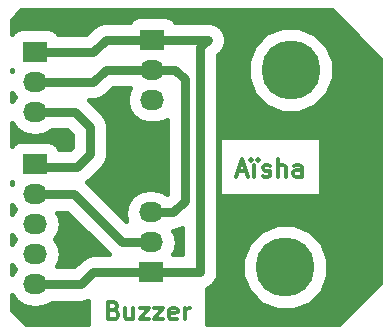
<source format=gbr>
G04 #@! TF.FileFunction,Copper,L1,Top,Signal*
%FSLAX46Y46*%
G04 Gerber Fmt 4.6, Leading zero omitted, Abs format (unit mm)*
G04 Created by KiCad (PCBNEW 4.0.2-stable) date 27-6-2016 15:51:43*
%MOMM*%
G01*
G04 APERTURE LIST*
%ADD10C,0.100000*%
%ADD11C,0.300000*%
%ADD12R,2.032000X1.727200*%
%ADD13O,2.032000X1.727200*%
%ADD14C,5.001260*%
%ADD15C,0.800000*%
%ADD16C,0.454000*%
G04 APERTURE END LIST*
D10*
D11*
X28207143Y-40592857D02*
X28421429Y-40664286D01*
X28492857Y-40735714D01*
X28564286Y-40878571D01*
X28564286Y-41092857D01*
X28492857Y-41235714D01*
X28421429Y-41307143D01*
X28278571Y-41378571D01*
X27707143Y-41378571D01*
X27707143Y-39878571D01*
X28207143Y-39878571D01*
X28350000Y-39950000D01*
X28421429Y-40021429D01*
X28492857Y-40164286D01*
X28492857Y-40307143D01*
X28421429Y-40450000D01*
X28350000Y-40521429D01*
X28207143Y-40592857D01*
X27707143Y-40592857D01*
X29850000Y-40378571D02*
X29850000Y-41378571D01*
X29207143Y-40378571D02*
X29207143Y-41164286D01*
X29278571Y-41307143D01*
X29421429Y-41378571D01*
X29635714Y-41378571D01*
X29778571Y-41307143D01*
X29850000Y-41235714D01*
X30421429Y-40378571D02*
X31207143Y-40378571D01*
X30421429Y-41378571D01*
X31207143Y-41378571D01*
X31635715Y-40378571D02*
X32421429Y-40378571D01*
X31635715Y-41378571D01*
X32421429Y-41378571D01*
X33564286Y-41307143D02*
X33421429Y-41378571D01*
X33135715Y-41378571D01*
X32992858Y-41307143D01*
X32921429Y-41164286D01*
X32921429Y-40592857D01*
X32992858Y-40450000D01*
X33135715Y-40378571D01*
X33421429Y-40378571D01*
X33564286Y-40450000D01*
X33635715Y-40592857D01*
X33635715Y-40735714D01*
X32921429Y-40878571D01*
X34278572Y-41378571D02*
X34278572Y-40378571D01*
X34278572Y-40664286D02*
X34350000Y-40521429D01*
X34421429Y-40450000D01*
X34564286Y-40378571D01*
X34707143Y-40378571D01*
X38700000Y-28850000D02*
X39414286Y-28850000D01*
X38557143Y-29278571D02*
X39057143Y-27778571D01*
X39557143Y-29278571D01*
X39842857Y-27778571D02*
X39914286Y-27850000D01*
X39842857Y-27921429D01*
X39771429Y-27850000D01*
X39842857Y-27778571D01*
X39842857Y-27921429D01*
X40414286Y-27778571D02*
X40485714Y-27850000D01*
X40414286Y-27921429D01*
X40342857Y-27850000D01*
X40414286Y-27778571D01*
X40414286Y-27921429D01*
X40128571Y-29278571D02*
X40128571Y-28278571D01*
X40842857Y-29207143D02*
X40985714Y-29278571D01*
X41271429Y-29278571D01*
X41414286Y-29207143D01*
X41485714Y-29064286D01*
X41485714Y-28992857D01*
X41414286Y-28850000D01*
X41271429Y-28778571D01*
X41057143Y-28778571D01*
X40914286Y-28707143D01*
X40842857Y-28564286D01*
X40842857Y-28492857D01*
X40914286Y-28350000D01*
X41057143Y-28278571D01*
X41271429Y-28278571D01*
X41414286Y-28350000D01*
X42128572Y-29278571D02*
X42128572Y-27778571D01*
X42771429Y-29278571D02*
X42771429Y-28492857D01*
X42700000Y-28350000D01*
X42557143Y-28278571D01*
X42342858Y-28278571D01*
X42200000Y-28350000D01*
X42128572Y-28421429D01*
X44128572Y-29278571D02*
X44128572Y-28492857D01*
X44057143Y-28350000D01*
X43914286Y-28278571D01*
X43628572Y-28278571D01*
X43485715Y-28350000D01*
X44128572Y-29207143D02*
X43985715Y-29278571D01*
X43628572Y-29278571D01*
X43485715Y-29207143D01*
X43414286Y-29064286D01*
X43414286Y-28921429D01*
X43485715Y-28778571D01*
X43628572Y-28707143D01*
X43985715Y-28707143D01*
X44128572Y-28635714D01*
D12*
X31350000Y-37400000D03*
D13*
X31350000Y-34860000D03*
X31350000Y-32320000D03*
D12*
X31500000Y-17700000D03*
D13*
X31500000Y-20240000D03*
X31500000Y-22780000D03*
D14*
X43200000Y-20250000D03*
X42750000Y-36950000D03*
D12*
X21550000Y-28250000D03*
D13*
X21550000Y-30790000D03*
X21550000Y-33330000D03*
X21550000Y-35870000D03*
X21550000Y-38410000D03*
D12*
X21550000Y-18750000D03*
D13*
X21550000Y-21290000D03*
X21550000Y-23830000D03*
D15*
X21550000Y-23830000D02*
X24930000Y-23830000D01*
X25150000Y-28450000D02*
X21750000Y-28450000D01*
X26200000Y-27400000D02*
X25150000Y-28450000D01*
X26200000Y-25100000D02*
X26200000Y-27400000D01*
X24930000Y-23830000D02*
X26200000Y-25100000D01*
X21750000Y-28450000D02*
X21550000Y-28250000D01*
X31350000Y-37400000D02*
X26500000Y-37400000D01*
X25490000Y-38410000D02*
X21550000Y-38410000D01*
X26500000Y-37400000D02*
X25490000Y-38410000D01*
X31500000Y-17700000D02*
X27550000Y-17700000D01*
X26500000Y-18750000D02*
X21550000Y-18750000D01*
X27550000Y-17700000D02*
X26500000Y-18750000D01*
X31500000Y-17700000D02*
X36200000Y-17700000D01*
X35500000Y-37400000D02*
X31350000Y-37400000D01*
X35550000Y-37350000D02*
X35500000Y-37400000D01*
X35550000Y-18350000D02*
X35550000Y-37350000D01*
X36200000Y-17700000D02*
X35550000Y-18350000D01*
X21550000Y-21290000D02*
X26490000Y-21290000D01*
X27540000Y-20240000D02*
X31500000Y-20240000D01*
X26490000Y-21290000D02*
X27540000Y-20240000D01*
X31500000Y-20240000D02*
X33439998Y-20240000D01*
X33279998Y-32320000D02*
X31350000Y-32320000D01*
X34249998Y-31350000D02*
X33279998Y-32320000D01*
X34249998Y-21050000D02*
X34249998Y-31350000D01*
X33439998Y-20240000D02*
X34249998Y-21050000D01*
X31350000Y-34860000D02*
X28960000Y-34860000D01*
X24890000Y-30790000D02*
X21550000Y-30790000D01*
X28960000Y-34860000D02*
X24890000Y-30790000D01*
D16*
G36*
X19942235Y-39823224D02*
X20590628Y-40256466D01*
X21355459Y-40408600D01*
X21744541Y-40408600D01*
X22509372Y-40256466D01*
X22975514Y-39945000D01*
X25490000Y-39945000D01*
X26065000Y-39830625D01*
X26065000Y-41790000D01*
X20801198Y-41790000D01*
X19610000Y-40598802D01*
X19610000Y-39325999D01*
X19942235Y-39823224D01*
X19942235Y-39823224D01*
G37*
X19942235Y-39823224D02*
X20590628Y-40256466D01*
X21355459Y-40408600D01*
X21744541Y-40408600D01*
X22509372Y-40256466D01*
X22975514Y-39945000D01*
X25490000Y-39945000D01*
X26065000Y-39830625D01*
X26065000Y-41790000D01*
X20801198Y-41790000D01*
X19610000Y-40598802D01*
X19610000Y-39325999D01*
X19942235Y-39823224D01*
G36*
X50790000Y-19301198D02*
X50790000Y-38298802D01*
X47298802Y-41790000D01*
X36135000Y-41790000D01*
X36135000Y-38786362D01*
X36585409Y-38485409D01*
X36635409Y-38435409D01*
X36968155Y-37937419D01*
X37021348Y-37669999D01*
X39113740Y-37669999D01*
X39666066Y-39006728D01*
X40687892Y-40030340D01*
X42023656Y-40584997D01*
X43469999Y-40586260D01*
X44806728Y-40033934D01*
X45830340Y-39012108D01*
X46384997Y-37676344D01*
X46386260Y-36230001D01*
X45833934Y-34893272D01*
X44812108Y-33869660D01*
X43476344Y-33315003D01*
X42030001Y-33313740D01*
X40693272Y-33866066D01*
X39669660Y-34887892D01*
X39115003Y-36223656D01*
X39113740Y-37669999D01*
X37021348Y-37669999D01*
X37085000Y-37350000D01*
X37085000Y-25965000D01*
X37129286Y-25965000D01*
X37129286Y-30935000D01*
X45770715Y-30935000D01*
X45770715Y-25965000D01*
X37129286Y-25965000D01*
X37085000Y-25965000D01*
X37085000Y-20969999D01*
X39563740Y-20969999D01*
X40116066Y-22306728D01*
X41137892Y-23330340D01*
X42473656Y-23884997D01*
X43919999Y-23886260D01*
X45256728Y-23333934D01*
X46280340Y-22312108D01*
X46834997Y-20976344D01*
X46836260Y-19530001D01*
X46283934Y-18193272D01*
X45262108Y-17169660D01*
X43926344Y-16615003D01*
X42480001Y-16613740D01*
X41143272Y-17166066D01*
X40119660Y-18187892D01*
X39565003Y-19523656D01*
X39563740Y-20969999D01*
X37085000Y-20969999D01*
X37085000Y-18985818D01*
X37285409Y-18785409D01*
X37618155Y-18287419D01*
X37735000Y-17700000D01*
X37618155Y-17112581D01*
X37285409Y-16614591D01*
X36787419Y-16281845D01*
X36200000Y-16165000D01*
X33432711Y-16165000D01*
X33345515Y-16029494D01*
X32966229Y-15770339D01*
X32516000Y-15679165D01*
X30484000Y-15679165D01*
X30063394Y-15758307D01*
X29677094Y-16006885D01*
X29569059Y-16165000D01*
X27550000Y-16165000D01*
X26962581Y-16281845D01*
X26464591Y-16614591D01*
X25864182Y-17215000D01*
X23482711Y-17215000D01*
X23395515Y-17079494D01*
X23016229Y-16820339D01*
X22566000Y-16729165D01*
X20534000Y-16729165D01*
X20113394Y-16808307D01*
X19727094Y-17056885D01*
X19610000Y-17228258D01*
X19610000Y-16001198D01*
X20401198Y-15210000D01*
X46698802Y-15210000D01*
X50790000Y-19301198D01*
X50790000Y-19301198D01*
G37*
X50790000Y-19301198D02*
X50790000Y-38298802D01*
X47298802Y-41790000D01*
X36135000Y-41790000D01*
X36135000Y-38786362D01*
X36585409Y-38485409D01*
X36635409Y-38435409D01*
X36968155Y-37937419D01*
X37021348Y-37669999D01*
X39113740Y-37669999D01*
X39666066Y-39006728D01*
X40687892Y-40030340D01*
X42023656Y-40584997D01*
X43469999Y-40586260D01*
X44806728Y-40033934D01*
X45830340Y-39012108D01*
X46384997Y-37676344D01*
X46386260Y-36230001D01*
X45833934Y-34893272D01*
X44812108Y-33869660D01*
X43476344Y-33315003D01*
X42030001Y-33313740D01*
X40693272Y-33866066D01*
X39669660Y-34887892D01*
X39115003Y-36223656D01*
X39113740Y-37669999D01*
X37021348Y-37669999D01*
X37085000Y-37350000D01*
X37085000Y-25965000D01*
X37129286Y-25965000D01*
X37129286Y-30935000D01*
X45770715Y-30935000D01*
X45770715Y-25965000D01*
X37129286Y-25965000D01*
X37085000Y-25965000D01*
X37085000Y-20969999D01*
X39563740Y-20969999D01*
X40116066Y-22306728D01*
X41137892Y-23330340D01*
X42473656Y-23884997D01*
X43919999Y-23886260D01*
X45256728Y-23333934D01*
X46280340Y-22312108D01*
X46834997Y-20976344D01*
X46836260Y-19530001D01*
X46283934Y-18193272D01*
X45262108Y-17169660D01*
X43926344Y-16615003D01*
X42480001Y-16613740D01*
X41143272Y-17166066D01*
X40119660Y-18187892D01*
X39565003Y-19523656D01*
X39563740Y-20969999D01*
X37085000Y-20969999D01*
X37085000Y-18985818D01*
X37285409Y-18785409D01*
X37618155Y-18287419D01*
X37735000Y-17700000D01*
X37618155Y-17112581D01*
X37285409Y-16614591D01*
X36787419Y-16281845D01*
X36200000Y-16165000D01*
X33432711Y-16165000D01*
X33345515Y-16029494D01*
X32966229Y-15770339D01*
X32516000Y-15679165D01*
X30484000Y-15679165D01*
X30063394Y-15758307D01*
X29677094Y-16006885D01*
X29569059Y-16165000D01*
X27550000Y-16165000D01*
X26962581Y-16281845D01*
X26464591Y-16614591D01*
X25864182Y-17215000D01*
X23482711Y-17215000D01*
X23395515Y-17079494D01*
X23016229Y-16820339D01*
X22566000Y-16729165D01*
X20534000Y-16729165D01*
X20113394Y-16808307D01*
X19727094Y-17056885D01*
X19610000Y-17228258D01*
X19610000Y-16001198D01*
X20401198Y-15210000D01*
X46698802Y-15210000D01*
X50790000Y-19301198D01*
G36*
X19846536Y-37140000D02*
X19610000Y-37494001D01*
X19610000Y-36785999D01*
X19846536Y-37140000D01*
X19846536Y-37140000D01*
G37*
X19846536Y-37140000D02*
X19610000Y-37494001D01*
X19610000Y-36785999D01*
X19846536Y-37140000D01*
G36*
X27794182Y-35865000D02*
X26500000Y-35865000D01*
X25912581Y-35981845D01*
X25414591Y-36314591D01*
X24854182Y-36875000D01*
X23430531Y-36875000D01*
X23591007Y-36634831D01*
X23743141Y-35870000D01*
X23591007Y-35105169D01*
X23253464Y-34600000D01*
X23591007Y-34094831D01*
X23743141Y-33330000D01*
X23591007Y-32565169D01*
X23430531Y-32325000D01*
X24254182Y-32325000D01*
X27794182Y-35865000D01*
X27794182Y-35865000D01*
G37*
X27794182Y-35865000D02*
X26500000Y-35865000D01*
X25912581Y-35981845D01*
X25414591Y-36314591D01*
X24854182Y-36875000D01*
X23430531Y-36875000D01*
X23591007Y-36634831D01*
X23743141Y-35870000D01*
X23591007Y-35105169D01*
X23253464Y-34600000D01*
X23591007Y-34094831D01*
X23743141Y-33330000D01*
X23591007Y-32565169D01*
X23430531Y-32325000D01*
X24254182Y-32325000D01*
X27794182Y-35865000D01*
G36*
X34015000Y-35865000D02*
X33282711Y-35865000D01*
X33257112Y-35825219D01*
X33391007Y-35624831D01*
X33543141Y-34860000D01*
X33391007Y-34095169D01*
X33230531Y-33855000D01*
X33279998Y-33855000D01*
X33867417Y-33738155D01*
X34015000Y-33639543D01*
X34015000Y-35865000D01*
X34015000Y-35865000D01*
G37*
X34015000Y-35865000D02*
X33282711Y-35865000D01*
X33257112Y-35825219D01*
X33391007Y-35624831D01*
X33543141Y-34860000D01*
X33391007Y-34095169D01*
X33230531Y-33855000D01*
X33279998Y-33855000D01*
X33867417Y-33738155D01*
X34015000Y-33639543D01*
X34015000Y-35865000D01*
G36*
X19846536Y-34600000D02*
X19610000Y-34954001D01*
X19610000Y-34245999D01*
X19846536Y-34600000D01*
X19846536Y-34600000D01*
G37*
X19846536Y-34600000D02*
X19610000Y-34954001D01*
X19610000Y-34245999D01*
X19846536Y-34600000D01*
G36*
X29458993Y-22015169D02*
X29306859Y-22780000D01*
X29458993Y-23544831D01*
X29892235Y-24193224D01*
X30540628Y-24626466D01*
X31305459Y-24778600D01*
X31694541Y-24778600D01*
X32459372Y-24626466D01*
X32714998Y-24455662D01*
X32714998Y-30714182D01*
X32696785Y-30732395D01*
X32309372Y-30473534D01*
X31544541Y-30321400D01*
X31155459Y-30321400D01*
X30390628Y-30473534D01*
X29742235Y-30906776D01*
X29308993Y-31555169D01*
X29156859Y-32320000D01*
X29297408Y-33026590D01*
X25978133Y-29707315D01*
X26235409Y-29535409D01*
X27285409Y-28485409D01*
X27618155Y-27987419D01*
X27735000Y-27400000D01*
X27735000Y-25100000D01*
X27618155Y-24512581D01*
X27285409Y-24014591D01*
X26095818Y-22825000D01*
X26490000Y-22825000D01*
X27077419Y-22708155D01*
X27575409Y-22375409D01*
X28175818Y-21775000D01*
X29619469Y-21775000D01*
X29458993Y-22015169D01*
X29458993Y-22015169D01*
G37*
X29458993Y-22015169D02*
X29306859Y-22780000D01*
X29458993Y-23544831D01*
X29892235Y-24193224D01*
X30540628Y-24626466D01*
X31305459Y-24778600D01*
X31694541Y-24778600D01*
X32459372Y-24626466D01*
X32714998Y-24455662D01*
X32714998Y-30714182D01*
X32696785Y-30732395D01*
X32309372Y-30473534D01*
X31544541Y-30321400D01*
X31155459Y-30321400D01*
X30390628Y-30473534D01*
X29742235Y-30906776D01*
X29308993Y-31555169D01*
X29156859Y-32320000D01*
X29297408Y-33026590D01*
X25978133Y-29707315D01*
X26235409Y-29535409D01*
X27285409Y-28485409D01*
X27618155Y-27987419D01*
X27735000Y-27400000D01*
X27735000Y-25100000D01*
X27618155Y-24512581D01*
X27285409Y-24014591D01*
X26095818Y-22825000D01*
X26490000Y-22825000D01*
X27077419Y-22708155D01*
X27575409Y-22375409D01*
X28175818Y-21775000D01*
X29619469Y-21775000D01*
X29458993Y-22015169D01*
G36*
X19846536Y-32060000D02*
X19610000Y-32414001D01*
X19610000Y-31705999D01*
X19846536Y-32060000D01*
X19846536Y-32060000D01*
G37*
X19846536Y-32060000D02*
X19610000Y-32414001D01*
X19610000Y-31705999D01*
X19846536Y-32060000D01*
G36*
X19642888Y-29824781D02*
X19610000Y-29874001D01*
X19610000Y-29773673D01*
X19642888Y-29824781D01*
X19642888Y-29824781D01*
G37*
X19642888Y-29824781D02*
X19610000Y-29874001D01*
X19610000Y-29773673D01*
X19642888Y-29824781D01*
G36*
X19942235Y-25243224D02*
X20590628Y-25676466D01*
X21355459Y-25828600D01*
X21744541Y-25828600D01*
X22509372Y-25676466D01*
X22975514Y-25365000D01*
X24294182Y-25365000D01*
X24665000Y-25735818D01*
X24665000Y-26764182D01*
X24514182Y-26915000D01*
X23611408Y-26915000D01*
X23395515Y-26579494D01*
X23016229Y-26320339D01*
X22566000Y-26229165D01*
X20534000Y-26229165D01*
X20113394Y-26308307D01*
X19727094Y-26556885D01*
X19610000Y-26728258D01*
X19610000Y-24745999D01*
X19942235Y-25243224D01*
X19942235Y-25243224D01*
G37*
X19942235Y-25243224D02*
X20590628Y-25676466D01*
X21355459Y-25828600D01*
X21744541Y-25828600D01*
X22509372Y-25676466D01*
X22975514Y-25365000D01*
X24294182Y-25365000D01*
X24665000Y-25735818D01*
X24665000Y-26764182D01*
X24514182Y-26915000D01*
X23611408Y-26915000D01*
X23395515Y-26579494D01*
X23016229Y-26320339D01*
X22566000Y-26229165D01*
X20534000Y-26229165D01*
X20113394Y-26308307D01*
X19727094Y-26556885D01*
X19610000Y-26728258D01*
X19610000Y-24745999D01*
X19942235Y-25243224D01*
G36*
X19846536Y-22560000D02*
X19610000Y-22914001D01*
X19610000Y-22205999D01*
X19846536Y-22560000D01*
X19846536Y-22560000D01*
G37*
X19846536Y-22560000D02*
X19610000Y-22914001D01*
X19610000Y-22205999D01*
X19846536Y-22560000D01*
G36*
X19642888Y-20324781D02*
X19610000Y-20374001D01*
X19610000Y-20273673D01*
X19642888Y-20324781D01*
X19642888Y-20324781D01*
G37*
X19642888Y-20324781D02*
X19610000Y-20374001D01*
X19610000Y-20273673D01*
X19642888Y-20324781D01*
M02*

</source>
